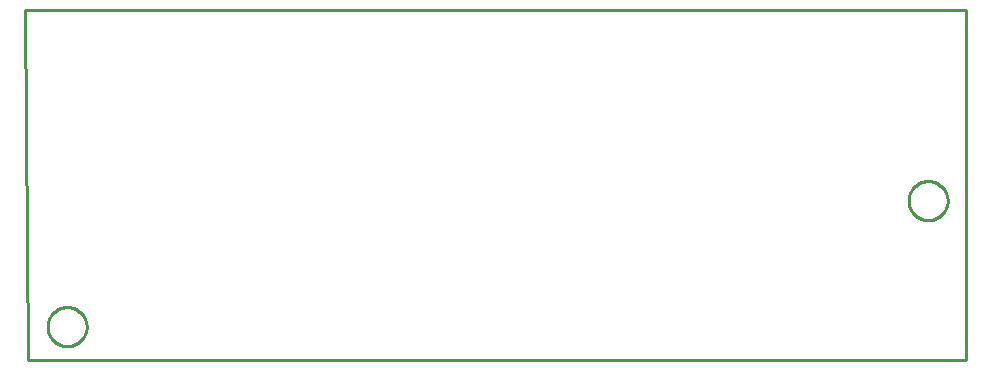
<source format=gbr>
G04 EAGLE Gerber X2 export*
%TF.Part,Single*%
%TF.FileFunction,Profile,NP*%
%TF.FilePolarity,Positive*%
%TF.GenerationSoftware,Autodesk,EAGLE,9.1.3*%
%TF.CreationDate,2019-04-01T20:10:06Z*%
G75*
%MOMM*%
%FSLAX34Y34*%
%LPD*%
%AMOC8*
5,1,8,0,0,1.08239X$1,22.5*%
G01*
%ADD10C,0.254000*%


D10*
X-2540Y295910D02*
X0Y0D01*
X793750Y0D01*
X793750Y295910D01*
X-2540Y295910D01*
X49530Y27400D02*
X49459Y26321D01*
X49318Y25249D01*
X49107Y24189D01*
X48828Y23145D01*
X48480Y22121D01*
X48066Y21123D01*
X47588Y20153D01*
X47048Y19217D01*
X46447Y18318D01*
X45789Y17461D01*
X45077Y16648D01*
X44312Y15884D01*
X43499Y15171D01*
X42642Y14513D01*
X41743Y13912D01*
X40807Y13372D01*
X39837Y12894D01*
X38839Y12480D01*
X37815Y12132D01*
X36771Y11853D01*
X35711Y11642D01*
X34639Y11501D01*
X33560Y11430D01*
X32480Y11430D01*
X31401Y11501D01*
X30329Y11642D01*
X29269Y11853D01*
X28225Y12132D01*
X27201Y12480D01*
X26203Y12894D01*
X25233Y13372D01*
X24297Y13912D01*
X23398Y14513D01*
X22541Y15171D01*
X21728Y15884D01*
X20964Y16648D01*
X20251Y17461D01*
X19593Y18318D01*
X18992Y19217D01*
X18452Y20153D01*
X17974Y21123D01*
X17560Y22121D01*
X17212Y23145D01*
X16933Y24189D01*
X16722Y25249D01*
X16581Y26321D01*
X16510Y27400D01*
X16510Y28480D01*
X16581Y29559D01*
X16722Y30631D01*
X16933Y31691D01*
X17212Y32735D01*
X17560Y33759D01*
X17974Y34757D01*
X18452Y35727D01*
X18992Y36663D01*
X19593Y37562D01*
X20251Y38419D01*
X20964Y39232D01*
X21728Y39997D01*
X22541Y40709D01*
X23398Y41367D01*
X24297Y41968D01*
X25233Y42508D01*
X26203Y42986D01*
X27201Y43400D01*
X28225Y43748D01*
X29269Y44027D01*
X30329Y44238D01*
X31401Y44379D01*
X32480Y44450D01*
X33560Y44450D01*
X34639Y44379D01*
X35711Y44238D01*
X36771Y44027D01*
X37815Y43748D01*
X38839Y43400D01*
X39837Y42986D01*
X40807Y42508D01*
X41743Y41968D01*
X42642Y41367D01*
X43499Y40709D01*
X44312Y39997D01*
X45077Y39232D01*
X45789Y38419D01*
X46447Y37562D01*
X47048Y36663D01*
X47588Y35727D01*
X48066Y34757D01*
X48480Y33759D01*
X48828Y32735D01*
X49107Y31691D01*
X49318Y30631D01*
X49459Y29559D01*
X49530Y28480D01*
X49530Y27400D01*
X778510Y134080D02*
X778439Y133001D01*
X778298Y131929D01*
X778087Y130869D01*
X777808Y129825D01*
X777460Y128801D01*
X777046Y127803D01*
X776568Y126833D01*
X776028Y125897D01*
X775427Y124998D01*
X774769Y124141D01*
X774057Y123328D01*
X773292Y122564D01*
X772479Y121851D01*
X771622Y121193D01*
X770723Y120592D01*
X769787Y120052D01*
X768817Y119574D01*
X767819Y119160D01*
X766795Y118812D01*
X765751Y118533D01*
X764691Y118322D01*
X763619Y118181D01*
X762540Y118110D01*
X761460Y118110D01*
X760381Y118181D01*
X759309Y118322D01*
X758249Y118533D01*
X757205Y118812D01*
X756181Y119160D01*
X755183Y119574D01*
X754213Y120052D01*
X753277Y120592D01*
X752378Y121193D01*
X751521Y121851D01*
X750708Y122564D01*
X749944Y123328D01*
X749231Y124141D01*
X748573Y124998D01*
X747972Y125897D01*
X747432Y126833D01*
X746954Y127803D01*
X746540Y128801D01*
X746192Y129825D01*
X745913Y130869D01*
X745702Y131929D01*
X745561Y133001D01*
X745490Y134080D01*
X745490Y135160D01*
X745561Y136239D01*
X745702Y137311D01*
X745913Y138371D01*
X746192Y139415D01*
X746540Y140439D01*
X746954Y141437D01*
X747432Y142407D01*
X747972Y143343D01*
X748573Y144242D01*
X749231Y145099D01*
X749944Y145912D01*
X750708Y146677D01*
X751521Y147389D01*
X752378Y148047D01*
X753277Y148648D01*
X754213Y149188D01*
X755183Y149666D01*
X756181Y150080D01*
X757205Y150428D01*
X758249Y150707D01*
X759309Y150918D01*
X760381Y151059D01*
X761460Y151130D01*
X762540Y151130D01*
X763619Y151059D01*
X764691Y150918D01*
X765751Y150707D01*
X766795Y150428D01*
X767819Y150080D01*
X768817Y149666D01*
X769787Y149188D01*
X770723Y148648D01*
X771622Y148047D01*
X772479Y147389D01*
X773292Y146677D01*
X774057Y145912D01*
X774769Y145099D01*
X775427Y144242D01*
X776028Y143343D01*
X776568Y142407D01*
X777046Y141437D01*
X777460Y140439D01*
X777808Y139415D01*
X778087Y138371D01*
X778298Y137311D01*
X778439Y136239D01*
X778510Y135160D01*
X778510Y134080D01*
M02*

</source>
